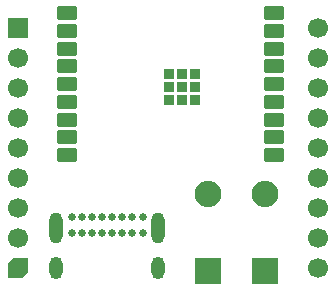
<source format=gbr>
%TF.GenerationSoftware,KiCad,Pcbnew,8.0.4*%
%TF.CreationDate,2024-08-01T02:26:55-04:00*%
%TF.ProjectId,esp32-c3-wroom-socket,65737033-322d-4633-932d-77726f6f6d2d,rev?*%
%TF.SameCoordinates,Original*%
%TF.FileFunction,Soldermask,Top*%
%TF.FilePolarity,Negative*%
%FSLAX46Y46*%
G04 Gerber Fmt 4.6, Leading zero omitted, Abs format (unit mm)*
G04 Created by KiCad (PCBNEW 8.0.4) date 2024-08-01 02:26:55*
%MOMM*%
%LPD*%
G01*
G04 APERTURE LIST*
G04 Aperture macros list*
%AMRoundRect*
0 Rectangle with rounded corners*
0 $1 Rounding radius*
0 $2 $3 $4 $5 $6 $7 $8 $9 X,Y pos of 4 corners*
0 Add a 4 corners polygon primitive as box body*
4,1,4,$2,$3,$4,$5,$6,$7,$8,$9,$2,$3,0*
0 Add four circle primitives for the rounded corners*
1,1,$1+$1,$2,$3*
1,1,$1+$1,$4,$5*
1,1,$1+$1,$6,$7*
1,1,$1+$1,$8,$9*
0 Add four rect primitives between the rounded corners*
20,1,$1+$1,$2,$3,$4,$5,0*
20,1,$1+$1,$4,$5,$6,$7,0*
20,1,$1+$1,$6,$7,$8,$9,0*
20,1,$1+$1,$8,$9,$2,$3,0*%
%AMOutline5P*
0 Free polygon, 5 corners , with rotation*
0 The origin of the aperture is its center*
0 number of corners: always 5*
0 $1 to $10 corner X, Y*
0 $11 Rotation angle, in degrees counterclockwise*
0 create outline with 5 corners*
4,1,5,$1,$2,$3,$4,$5,$6,$7,$8,$9,$10,$1,$2,$11*%
%AMOutline6P*
0 Free polygon, 6 corners , with rotation*
0 The origin of the aperture is its center*
0 number of corners: always 6*
0 $1 to $12 corner X, Y*
0 $13 Rotation angle, in degrees counterclockwise*
0 create outline with 6 corners*
4,1,6,$1,$2,$3,$4,$5,$6,$7,$8,$9,$10,$11,$12,$1,$2,$13*%
%AMOutline7P*
0 Free polygon, 7 corners , with rotation*
0 The origin of the aperture is its center*
0 number of corners: always 7*
0 $1 to $14 corner X, Y*
0 $15 Rotation angle, in degrees counterclockwise*
0 create outline with 7 corners*
4,1,7,$1,$2,$3,$4,$5,$6,$7,$8,$9,$10,$11,$12,$13,$14,$1,$2,$15*%
%AMOutline8P*
0 Free polygon, 8 corners , with rotation*
0 The origin of the aperture is its center*
0 number of corners: always 8*
0 $1 to $16 corner X, Y*
0 $17 Rotation angle, in degrees counterclockwise*
0 create outline with 8 corners*
4,1,8,$1,$2,$3,$4,$5,$6,$7,$8,$9,$10,$11,$12,$13,$14,$15,$16,$1,$2,$17*%
G04 Aperture macros list end*
%ADD10RoundRect,0.102000X-0.350000X-0.350000X0.350000X-0.350000X0.350000X0.350000X-0.350000X0.350000X0*%
%ADD11RoundRect,0.102000X-0.750000X-0.450000X0.750000X-0.450000X0.750000X0.450000X-0.750000X0.450000X0*%
%ADD12R,2.250000X2.250000*%
%ADD13O,2.250000X2.250000*%
%ADD14C,0.660400*%
%ADD15O,1.117600X1.905000*%
%ADD16O,1.117600X2.616200*%
%ADD17R,1.700000X1.700000*%
%ADD18C,1.700000*%
%ADD19Outline6P,-0.850000X0.340000X-0.340000X0.850000X0.850000X0.850000X0.850000X-0.340000X0.340000X-0.850000X-0.850000X-0.850000X0.000000*%
G04 APERTURE END LIST*
D10*
%TO.C,U1*%
X159000000Y-65500000D03*
X157900000Y-65500000D03*
X156800000Y-65500000D03*
X159000000Y-64400000D03*
X157900000Y-64400000D03*
X156800000Y-64400000D03*
X159000000Y-63300000D03*
X157900000Y-63300000D03*
X156800000Y-63300000D03*
D11*
X165690000Y-58200000D03*
X165690000Y-59700000D03*
X165690000Y-61200000D03*
X165690000Y-62700000D03*
X165690000Y-64200000D03*
X165690000Y-65700000D03*
X165690000Y-67200000D03*
X165690000Y-68700000D03*
X165690000Y-70200000D03*
X148190000Y-70200000D03*
X148190000Y-68700000D03*
X148190000Y-67200000D03*
X148190000Y-65700000D03*
X148190000Y-64200000D03*
X148190000Y-62700000D03*
X148190000Y-61200000D03*
X148190000Y-59700000D03*
X148190000Y-58200000D03*
%TD*%
D12*
%TO.C,SW1*%
X160100000Y-80000000D03*
D13*
X160100000Y-73500000D03*
%TD*%
D14*
%TO.C,J4*%
X148600015Y-75435000D03*
X149450016Y-75435000D03*
X150300014Y-75435000D03*
X151150015Y-75435000D03*
X152000016Y-75435000D03*
X152850017Y-75435000D03*
X153700015Y-75435000D03*
X154550016Y-75435000D03*
X154550016Y-76785000D03*
X153700015Y-76785000D03*
X152850017Y-76785000D03*
X152000016Y-76785000D03*
X151150015Y-76785000D03*
X150300014Y-76785000D03*
X149450016Y-76785000D03*
X148600015Y-76785000D03*
D15*
X147250030Y-79800000D03*
X155900000Y-79800000D03*
D16*
X147250015Y-76415001D03*
X155900000Y-76415000D03*
%TD*%
D17*
%TO.C,J2*%
X144010000Y-59480000D03*
D18*
X144010000Y-62020000D03*
X144010000Y-64560000D03*
X144010000Y-67100000D03*
X144010000Y-69640000D03*
X144010000Y-72180000D03*
X144010000Y-74720000D03*
X144010000Y-77260000D03*
D19*
X144010000Y-79800000D03*
D18*
X169410000Y-79800000D03*
X169410000Y-77260000D03*
X169410000Y-74720000D03*
X169410000Y-72180000D03*
X169410000Y-69640000D03*
X169410000Y-67100000D03*
X169410000Y-64560000D03*
X169410000Y-62020000D03*
X169410000Y-59480000D03*
%TD*%
D12*
%TO.C,SW2*%
X164900000Y-80000000D03*
D13*
X164900000Y-73500000D03*
%TD*%
M02*

</source>
